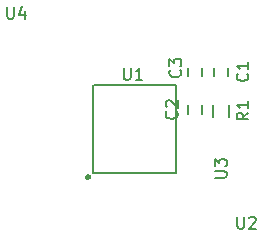
<source format=gto>
G04 #@! TF.FileFunction,Legend,Top*
%FSLAX46Y46*%
G04 Gerber Fmt 4.6, Leading zero omitted, Abs format (unit mm)*
G04 Created by KiCad (PCBNEW (2015-07-01 BZR 5850, Git 51c0ae3)-product) date 19/07/2015 00:20:54*
%MOMM*%
G01*
G04 APERTURE LIST*
%ADD10C,0.100000*%
%ADD11C,0.500000*%
%ADD12C,0.200000*%
%ADD13C,0.150000*%
G04 APERTURE END LIST*
D10*
D11*
X147487357Y-109118400D02*
G75*
G03X147487357Y-109118400I-45437J0D01*
G01*
D12*
X147906740Y-108783120D02*
X154906740Y-108783120D01*
X154932380Y-101346000D02*
X154932380Y-108746000D01*
X147937220Y-101300280D02*
X154937220Y-101300280D01*
X147876260Y-101361240D02*
X147876260Y-108761240D01*
D13*
X159300000Y-99850000D02*
X159300000Y-100550000D01*
X158100000Y-100550000D02*
X158100000Y-99850000D01*
X155900000Y-103750000D02*
X155900000Y-103050000D01*
X157100000Y-103050000D02*
X157100000Y-103750000D01*
X158025000Y-104000000D02*
X158025000Y-103000000D01*
X159375000Y-103000000D02*
X159375000Y-104000000D01*
X157100000Y-99850000D02*
X157100000Y-100550000D01*
X155900000Y-100550000D02*
X155900000Y-99850000D01*
X150502715Y-99878901D02*
X150502715Y-100688425D01*
X150550334Y-100783663D01*
X150597953Y-100831282D01*
X150693191Y-100878901D01*
X150883668Y-100878901D01*
X150978906Y-100831282D01*
X151026525Y-100783663D01*
X151074144Y-100688425D01*
X151074144Y-99878901D01*
X152074144Y-100878901D02*
X151502715Y-100878901D01*
X151788429Y-100878901D02*
X151788429Y-99878901D01*
X151693191Y-100021758D01*
X151597953Y-100116996D01*
X151502715Y-100164615D01*
X160957143Y-100366666D02*
X161004762Y-100414285D01*
X161052381Y-100557142D01*
X161052381Y-100652380D01*
X161004762Y-100795238D01*
X160909524Y-100890476D01*
X160814286Y-100938095D01*
X160623810Y-100985714D01*
X160480952Y-100985714D01*
X160290476Y-100938095D01*
X160195238Y-100890476D01*
X160100000Y-100795238D01*
X160052381Y-100652380D01*
X160052381Y-100557142D01*
X160100000Y-100414285D01*
X160147619Y-100366666D01*
X161052381Y-99414285D02*
X161052381Y-99985714D01*
X161052381Y-99700000D02*
X160052381Y-99700000D01*
X160195238Y-99795238D01*
X160290476Y-99890476D01*
X160338095Y-99985714D01*
X154957143Y-103566666D02*
X155004762Y-103614285D01*
X155052381Y-103757142D01*
X155052381Y-103852380D01*
X155004762Y-103995238D01*
X154909524Y-104090476D01*
X154814286Y-104138095D01*
X154623810Y-104185714D01*
X154480952Y-104185714D01*
X154290476Y-104138095D01*
X154195238Y-104090476D01*
X154100000Y-103995238D01*
X154052381Y-103852380D01*
X154052381Y-103757142D01*
X154100000Y-103614285D01*
X154147619Y-103566666D01*
X154147619Y-103185714D02*
X154100000Y-103138095D01*
X154052381Y-103042857D01*
X154052381Y-102804761D01*
X154100000Y-102709523D01*
X154147619Y-102661904D01*
X154242857Y-102614285D01*
X154338095Y-102614285D01*
X154480952Y-102661904D01*
X155052381Y-103233333D01*
X155052381Y-102614285D01*
X161052381Y-103666666D02*
X160576190Y-104000000D01*
X161052381Y-104238095D02*
X160052381Y-104238095D01*
X160052381Y-103857142D01*
X160100000Y-103761904D01*
X160147619Y-103714285D01*
X160242857Y-103666666D01*
X160385714Y-103666666D01*
X160480952Y-103714285D01*
X160528571Y-103761904D01*
X160576190Y-103857142D01*
X160576190Y-104238095D01*
X161052381Y-102714285D02*
X161052381Y-103285714D01*
X161052381Y-103000000D02*
X160052381Y-103000000D01*
X160195238Y-103095238D01*
X160290476Y-103190476D01*
X160338095Y-103285714D01*
X160111535Y-112477301D02*
X160111535Y-113286825D01*
X160159154Y-113382063D01*
X160206773Y-113429682D01*
X160302011Y-113477301D01*
X160492488Y-113477301D01*
X160587726Y-113429682D01*
X160635345Y-113382063D01*
X160682964Y-113286825D01*
X160682964Y-112477301D01*
X161111535Y-112572539D02*
X161159154Y-112524920D01*
X161254392Y-112477301D01*
X161492488Y-112477301D01*
X161587726Y-112524920D01*
X161635345Y-112572539D01*
X161682964Y-112667777D01*
X161682964Y-112763015D01*
X161635345Y-112905872D01*
X161063916Y-113477301D01*
X161682964Y-113477301D01*
X158197741Y-109177425D02*
X159007265Y-109177425D01*
X159102503Y-109129806D01*
X159150122Y-109082187D01*
X159197741Y-108986949D01*
X159197741Y-108796472D01*
X159150122Y-108701234D01*
X159102503Y-108653615D01*
X159007265Y-108605996D01*
X158197741Y-108605996D01*
X158197741Y-108225044D02*
X158197741Y-107605996D01*
X158578693Y-107939330D01*
X158578693Y-107796472D01*
X158626312Y-107701234D01*
X158673931Y-107653615D01*
X158769170Y-107605996D01*
X159007265Y-107605996D01*
X159102503Y-107653615D01*
X159150122Y-107701234D01*
X159197741Y-107796472D01*
X159197741Y-108082187D01*
X159150122Y-108177425D01*
X159102503Y-108225044D01*
X155257143Y-100066666D02*
X155304762Y-100114285D01*
X155352381Y-100257142D01*
X155352381Y-100352380D01*
X155304762Y-100495238D01*
X155209524Y-100590476D01*
X155114286Y-100638095D01*
X154923810Y-100685714D01*
X154780952Y-100685714D01*
X154590476Y-100638095D01*
X154495238Y-100590476D01*
X154400000Y-100495238D01*
X154352381Y-100352380D01*
X154352381Y-100257142D01*
X154400000Y-100114285D01*
X154447619Y-100066666D01*
X154352381Y-99733333D02*
X154352381Y-99114285D01*
X154733333Y-99447619D01*
X154733333Y-99304761D01*
X154780952Y-99209523D01*
X154828571Y-99161904D01*
X154923810Y-99114285D01*
X155161905Y-99114285D01*
X155257143Y-99161904D01*
X155304762Y-99209523D01*
X155352381Y-99304761D01*
X155352381Y-99590476D01*
X155304762Y-99685714D01*
X155257143Y-99733333D01*
X140624655Y-94707461D02*
X140624655Y-95516985D01*
X140672274Y-95612223D01*
X140719893Y-95659842D01*
X140815131Y-95707461D01*
X141005608Y-95707461D01*
X141100846Y-95659842D01*
X141148465Y-95612223D01*
X141196084Y-95516985D01*
X141196084Y-94707461D01*
X142100846Y-95040794D02*
X142100846Y-95707461D01*
X141862750Y-94659842D02*
X141624655Y-95374128D01*
X142243703Y-95374128D01*
M02*

</source>
